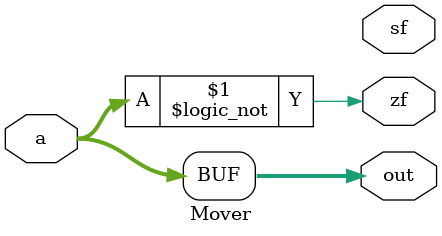
<source format=sv>
`timescale 1ns / 1ps


module Mover(
    input logic [31:0] a,
    output logic zf, sf,
    output logic[31:0] out
    );
    
    assign out = a;
    assign zf = (out == 0);
    //assign sf = 
    
endmodule

</source>
